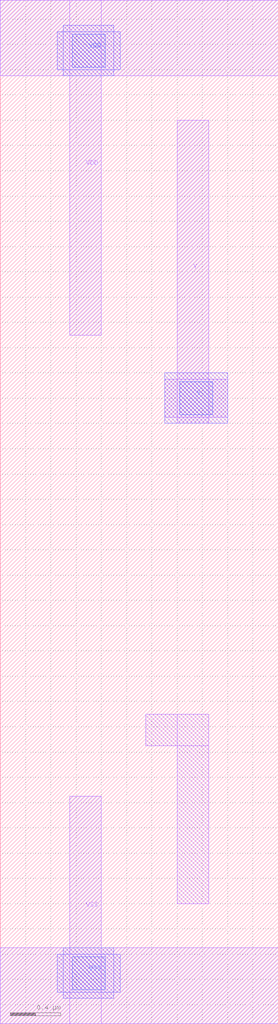
<source format=lef>
# Copyright 2022 Google LLC
# Licensed under the Apache License, Version 2.0 (the "License");
# you may not use this file except in compliance with the License.
# You may obtain a copy of the License at
#
#      http://www.apache.org/licenses/LICENSE-2.0
#
# Unless required by applicable law or agreed to in writing, software
# distributed under the License is distributed on an "AS IS" BASIS,
# WITHOUT WARRANTIES OR CONDITIONS OF ANY KIND, either express or implied.
# See the License for the specific language governing permissions and
# limitations under the License.
VERSION 5.7 ;
BUSBITCHARS "[]" ;
DIVIDERCHAR "/" ;

MACRO gf180mcu_osu_sc_12T_tiehi
  CLASS CORE ;
  ORIGIN 0 0.15 ;
  FOREIGN gf180mcu_osu_sc_12T_tiehi 0 -0.15 ;
  SIZE 2.2 BY 8.1 ;
  SYMMETRY X Y ;
  SITE 12T ;
  PIN VDD
    DIRECTION INOUT ;
    USE POWER ;
    SHAPE ABUTMENT ;
    PORT
      LAYER MET1 ;
        RECT 0 7.35 2.2 7.95 ;
        RECT 0.55 5.3 0.8 7.95 ;
      LAYER MET2 ;
        RECT 0.45 7.4 0.95 7.7 ;
        RECT 0.5 7.35 0.9 7.75 ;
      LAYER VIA12 ;
        RECT 0.57 7.42 0.83 7.68 ;
    END
  END VDD
  PIN VSS
    DIRECTION INOUT ;
    USE GROUND ;
    PORT
      LAYER MET1 ;
        RECT 0 -0.15 2.2 0.45 ;
        RECT 0.55 -0.15 0.8 1.65 ;
      LAYER MET2 ;
        RECT 0.45 0.1 0.95 0.4 ;
        RECT 0.5 0.05 0.9 0.45 ;
      LAYER VIA12 ;
        RECT 0.57 0.12 0.83 0.38 ;
    END
  END VSS
  PIN Y
    DIRECTION OUTPUT ;
    USE SIGNAL ;
    PORT
      LAYER MET1 ;
        RECT 1.3 4.65 1.8 4.95 ;
        RECT 1.4 4.6 1.65 7 ;
      LAYER MET2 ;
        RECT 1.3 4.6 1.8 5 ;
      LAYER VIA12 ;
        RECT 1.42 4.67 1.68 4.93 ;
    END
  END Y
  OBS
    LAYER MET1 ;
      RECT 1.15 2.05 1.65 2.3 ;
      RECT 1.4 0.8 1.65 2.3 ;
  END
END gf180mcu_osu_sc_12T_tiehi

</source>
